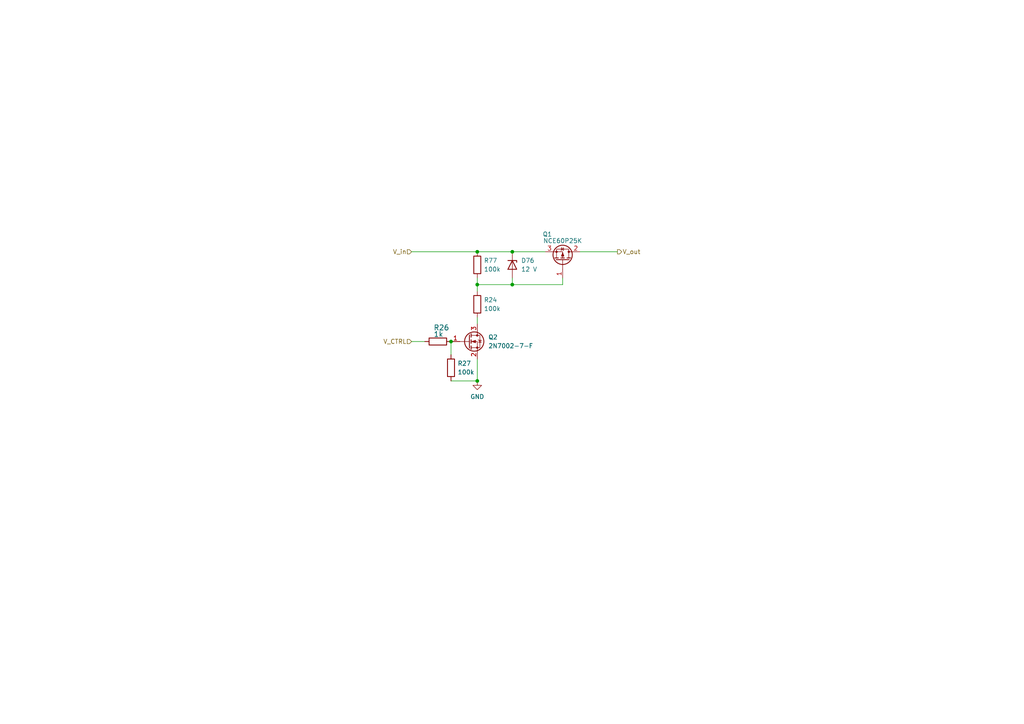
<source format=kicad_sch>
(kicad_sch (version 20231120) (generator "eeschema") (generator_version "8.0")
  (paper "A4")
  (title_block (title "High side switch") (date "2023-21-11") (rev "0.2.0") (company "University of Tartu") (comment 1 "Licensed under CERN-OHL-P"))
  (lib_symbols
    (symbol "Device:D_Zener" (pin_numbers hide) (pin_names (offset 1.016) hide)
      (property "Reference" "D" (at 0 2.54 0))
      (property "Value" "D_Zener" (at 0 -2.54 0))
      (symbol "D_Zener_0_1"
        (polyline (pts (xy 1.27 0) (xy -1.27 0)))
        (polyline (pts (xy -1.27 -1.27) (xy -1.27 1.27) (xy -0.762 1.27)) (stroke (width 0.254)))
        (polyline (pts (xy 1.27 -1.27) (xy 1.27 1.27) (xy -1.27 0) (xy 1.27 -1.27)) (stroke (width 0.254)))
      )
      (symbol "D_Zener_1_1"
        (pin passive line (at -3.81 0 0) (length 2.54) (name "K") (number "1"))
        (pin passive line (at 3.81 0 180) (length 2.54) (name "A") (number "2"))
      )
    )
    (symbol "Device:Q_PMOS_GDS" (pin_names (offset 0) hide)
      (property "Reference" "Q" (at 5.08 1.27 0))
      (property "Value" "Q_PMOS_GDS" (at 5.08 -1.27 0))
      (symbol "Q_PMOS_GDS_0_1"
        (polyline (pts (xy 0.254 0) (xy -2.54 0)))
        (polyline (pts (xy 0.254 1.905) (xy 0.254 -1.905)) (stroke (width 0.254)))
        (polyline (pts (xy 0.762 -1.27) (xy 0.762 -2.286)) (stroke (width 0.254)))
        (polyline (pts (xy 0.762 0.508) (xy 0.762 -0.508)) (stroke (width 0.254)))
        (polyline (pts (xy 0.762 2.286) (xy 0.762 1.27)) (stroke (width 0.254)))
        (polyline (pts (xy 2.54 2.54) (xy 2.54 1.778)))
        (polyline (pts (xy 2.54 -2.54) (xy 2.54 0) (xy 0.762 0)))
        (polyline (pts (xy 0.762 1.778) (xy 3.302 1.778) (xy 3.302 -1.778) (xy 0.762 -1.778)))
        (polyline (pts (xy 2.286 0) (xy 1.27 0.381) (xy 1.27 -0.381) (xy 2.286 0)) (fill (type outline)))
        (polyline (pts (xy 2.794 -0.508) (xy 2.921 -0.381) (xy 3.683 -0.381) (xy 3.81 -0.254)))
        (polyline (pts (xy 3.302 -0.381) (xy 2.921 0.254) (xy 3.683 0.254) (xy 3.302 -0.381)))
        (circle (center 1.651 0) (radius 2.794) (stroke (width 0.254)))
        (circle (center 2.54 -1.778) (radius 0.254) (fill (type outline)))
        (circle (center 2.54 1.778) (radius 0.254) (fill (type outline)))
      )
      (symbol "Q_PMOS_GDS_1_1"
        (pin input line (at -5.08 0 0) (length 2.54) (name "G") (number "1"))
        (pin passive line (at 2.54 5.08 270) (length 2.54) (name "D") (number "2"))
        (pin passive line (at 2.54 -5.08 90) (length 2.54) (name "S") (number "3"))
      )
    )
    (symbol "Device:R" (pin_numbers hide) (pin_names (offset 0))
      (property "Reference" "R" (at 2.032 0 90))
      (property "Value" "R" (at 0 0 90))
      (symbol "R_0_1"
        (rectangle (start -1.016 -2.54) (end 1.016 2.54) (stroke (width 0.254)))
      )
      (symbol "R_1_1"
        (pin passive line (at 0 3.81 270) (length 1.27) (name "~") (number "1"))
        (pin passive line (at 0 -3.81 90) (length 1.27) (name "~") (number "2"))
      )
    )
    (symbol "Transistor_FET:2N7002" (pin_names hide)
      (property "Reference" "Q" (at 5.08 1.905 0))
      (property "Value" "2N7002" (at 5.08 0 0))
      (symbol "2N7002_0_1"
        (polyline (pts (xy 0.254 0) (xy -2.54 0)))
        (polyline (pts (xy 0.254 1.905) (xy 0.254 -1.905)) (stroke (width 0.254)))
        (polyline (pts (xy 0.762 -1.27) (xy 0.762 -2.286)) (stroke (width 0.254)))
        (polyline (pts (xy 0.762 0.508) (xy 0.762 -0.508)) (stroke (width 0.254)))
        (polyline (pts (xy 0.762 2.286) (xy 0.762 1.27)) (stroke (width 0.254)))
        (polyline (pts (xy 2.54 2.54) (xy 2.54 1.778)))
        (polyline (pts (xy 2.54 -2.54) (xy 2.54 0) (xy 0.762 0)))
        (polyline (pts (xy 0.762 -1.778) (xy 3.302 -1.778) (xy 3.302 1.778) (xy 0.762 1.778)))
        (polyline (pts (xy 1.016 0) (xy 2.032 0.381) (xy 2.032 -0.381) (xy 1.016 0)) (fill (type outline)))
        (polyline (pts (xy 2.794 0.508) (xy 2.921 0.381) (xy 3.683 0.381) (xy 3.81 0.254)))
        (polyline (pts (xy 3.302 0.381) (xy 2.921 -0.254) (xy 3.683 -0.254) (xy 3.302 0.381)))
        (circle (center 1.651 0) (radius 2.794) (stroke (width 0.254)))
        (circle (center 2.54 -1.778) (radius 0.254) (fill (type outline)))
        (circle (center 2.54 1.778) (radius 0.254) (fill (type outline)))
      )
      (symbol "2N7002_1_1"
        (pin input line (at -5.08 0 0) (length 2.54) (name "G") (number "1"))
        (pin passive line (at 2.54 -5.08 90) (length 2.54) (name "S") (number "2"))
        (pin passive line (at 2.54 5.08 270) (length 2.54) (name "D") (number "3"))
      )
    )
    (symbol "power:GND" (power) (pin_names (offset 0))
      (property "Value" "GND" (at 0 -3.81 0))
      (symbol "GND_0_1"
        (polyline (pts (xy 0 0) (xy 0 -1.27) (xy 1.27 -1.27) (xy 0 -2.54) (xy -1.27 -1.27) (xy 0 -1.27)))
      )
      (symbol "GND_1_1"
        (pin power_in line (at 0 0 270) (length 0) hide (name "GND") (number "1"))
      )
    )
  )
  (junction (at 148.59 82.55))
  (junction (at 138.43 110.49))
  (junction (at 148.59 73.025))
  (junction (at 138.43 82.55))
  (junction (at 130.81 99.06))
  (junction (at 138.43 73.025))
  (wire (pts (xy 138.43 104.14) (xy 138.43 110.49)))
  (wire (pts (xy 138.43 92.075) (xy 138.43 93.98)))
  (wire (pts (xy 163.195 80.645) (xy 163.195 82.55)))
  (wire (pts (xy 148.59 80.645) (xy 148.59 82.55)))
  (wire (pts (xy 138.43 82.55) (xy 138.43 84.455)))
  (wire (pts (xy 168.275 73.025) (xy 179.07 73.025)))
  (wire (pts (xy 148.59 82.55) (xy 138.43 82.55)))
  (wire (pts (xy 138.43 80.645) (xy 138.43 82.55)))
  (wire (pts (xy 158.115 73.025) (xy 148.59 73.025)))
  (wire (pts (xy 119.38 73.025) (xy 138.43 73.025)))
  (wire (pts (xy 119.38 99.06) (xy 123.19 99.06)))
  (wire (pts (xy 163.195 82.55) (xy 148.59 82.55)))
  (wire (pts (xy 138.43 73.025) (xy 148.59 73.025)))
  (wire (pts (xy 138.43 110.49) (xy 130.81 110.49)))
  (wire (pts (xy 130.81 99.06) (xy 130.81 102.87)))
  (hierarchical_label "V_in" (shape input) (at 119.38 73.025 180))
  (hierarchical_label "V_out" (shape output) (at 179.07 73.025 0))
  (hierarchical_label "V_CTRL" (shape input) (at 119.38 99.06 180))
  (symbol (lib_id "Device:R") (at 138.43 88.265 0) (unit 1)
    (property "Reference" "R24" (at 140.335 86.9949 0) (effects (justify left)))
    (property "Value" "100k" (at 140.335 89.5349 0) (effects (justify left)))
    (property "Footprint" "Resistor_SMD:R_0603_1608Metric" (effects (hide yes)))
    (property "Datasheet" "https://datasheet.lcsc.com/lcsc/2206010045_UNI-ROYAL-Uniroyal-Elec-0603WAF1003T5E_C25803.pdf" (effects (hide yes)))
    (property "LCSC Part" "C25803" (effects (hide yes)))
    (instances (project "mainboard" (path "" (reference "R24") (unit 1)) (path "" (reference "R28") (unit 1)) (path "" (reference "R61") (unit 1)) (path "" (reference "R64") (unit 1))))
  )
  (symbol (lib_id "Device:D_Zener") (at 148.59 76.835 270) (unit 1)
    (property "Reference" "D76" (at 151.13 75.565 90) (effects (justify left)))
    (property "Value" "12 V" (at 151.13 78.105 90) (effects (justify left)))
    (property "Footprint" "Diode_SMD:D_SOD-123" (effects (hide yes)))
    (property "Datasheet" "https://datasheet.lcsc.com/lcsc/2304140030_Diodes-Incorporated-DDZ12C-7_C151340.pdf" (effects (hide yes)))
    (property "LCSC Part" "C151340" (effects (hide yes)))
    (instances (project "mainboard" (path "" (reference "D76") (unit 1)) (path "" (reference "D74") (unit 1)) (path "" (reference "D75") (unit 1)) (path "" (reference "D77") (unit 1))))
  )
  (symbol (lib_id "Device:R") (at 127 99.06 270) (unit 1)
    (property "Reference" "R26" (at 125.73 95.885 90) (effects (font (size 1.4986 1.4986)) (justify left bottom)))
    (property "Value" "1k" (at 125.73 97.79 90) (effects (font (size 1.4986 1.4986)) (justify left bottom)))
    (property "Footprint" "Resistor_SMD:R_0603_1608Metric" (effects (hide yes)))
    (property "Datasheet" "https://datasheet.lcsc.com/lcsc/2206010130_UNI-ROYAL-Uniroyal-Elec-0603WAF1001T5E_C21190.pdf" (effects (hide yes)))
    (property "LCSC Part" "C21190" (effects (hide yes)))
    (instances (project "mainboard" (path "" (reference "R26") (unit 1)) (path "" (reference "R29") (unit 1)) (path "" (reference "R62") (unit 1)) (path "" (reference "R65") (unit 1))))
  )
  (symbol (lib_id "Device:Q_PMOS_GDS") (at 163.195 75.565 270) (mirror x) (unit 1)
    (property "Reference" "Q1" (at 158.75 67.945 90))
    (property "Value" "NCE60P25K" (at 163.195 69.85 90))
    (property "Footprint" "Package_TO_SOT_SMD:TO-252-2" (effects (hide yes)))
    (property "Datasheet" "https://datasheet.lcsc.com/lcsc/1810241809_Wuxi-NCE-Power-Semiconductor-NCE60P25K_C130105.pdf" (effects (hide yes)))
    (property "LCSC Part" "C130105" (effects (hide yes)))
    (instances (project "mainboard" (path "" (reference "Q1") (unit 1)) (path "" (reference "Q3") (unit 1)) (path "" (reference "Q5") (unit 1)) (path "" (reference "Q10") (unit 1))))
  )
  (symbol (lib_id "Transistor_FET:2N7002") (at 135.89 99.06 0) (unit 1)
    (property "Reference" "Q2" (at 141.605 97.7899 0) (effects (justify left)))
    (property "Value" "2N7002-7-F" (at 141.605 100.3299 0) (effects (justify left)))
    (property "Footprint" "Package_TO_SOT_SMD:SOT-23" (effects (hide yes)))
    (property "Datasheet" "https://www.onsemi.com/pub/Collateral/NDS7002A-D.PDF" (effects (hide yes)))
    (property "LCSC Part" "C53550" (effects (hide yes)))
    (instances (project "mainboard" (path "" (reference "Q2") (unit 1)) (path "" (reference "Q4") (unit 1)) (path "" (reference "Q9") (unit 1)) (path "" (reference "Q11") (unit 1))))
  )
  (symbol (lib_id "Device:R") (at 138.43 76.835 0) (unit 1)
    (property "Reference" "R77" (at 140.335 75.5649 0) (effects (justify left)))
    (property "Value" "100k" (at 140.335 78.1049 0) (effects (justify left)))
    (property "Footprint" "Resistor_SMD:R_0603_1608Metric" (effects (hide yes)))
    (property "Datasheet" "https://datasheet.lcsc.com/lcsc/2206010045_UNI-ROYAL-Uniroyal-Elec-0603WAF1003T5E_C25803.pdf" (effects (hide yes)))
    (property "LCSC Part" "C25803" (effects (hide yes)))
    (instances (project "mainboard" (path "" (reference "R77") (unit 1)) (path "" (reference "R78") (unit 1)) (path "" (reference "R79") (unit 1)) (path "" (reference "R80") (unit 1))))
  )
  (symbol (lib_id "Device:R") (at 130.81 106.68 0) (unit 1)
    (property "Reference" "R27" (at 132.715 105.4099 0) (effects (justify left)))
    (property "Value" "100k" (at 132.715 107.9499 0) (effects (justify left)))
    (property "Footprint" "Resistor_SMD:R_0603_1608Metric" (effects (hide yes)))
    (property "Datasheet" "https://datasheet.lcsc.com/lcsc/2206010045_UNI-ROYAL-Uniroyal-Elec-0603WAF1003T5E_C25803.pdf" (effects (hide yes)))
    (property "LCSC Part" "C25803" (effects (hide yes)))
    (instances (project "mainboard" (path "" (reference "R27") (unit 1)) (path "" (reference "R60") (unit 1)) (path "" (reference "R63") (unit 1)) (path "" (reference "R66") (unit 1))))
  )
  (symbol (lib_id "power:GND") (at 138.43 110.49 0) (unit 1)
    (property "Reference" "#PWR0138" (effects (hide yes)))
    (property "Value" "GND" (at 138.43 115.062 0))
    (instances (project "mainboard" (path "" (reference "#PWR0138") (unit 1)) (path "" (reference "#PWR0139") (unit 1)) (path "" (reference "#PWR0140") (unit 1)) (path "" (reference "#PWR0141") (unit 1))))
  )
)
</source>
